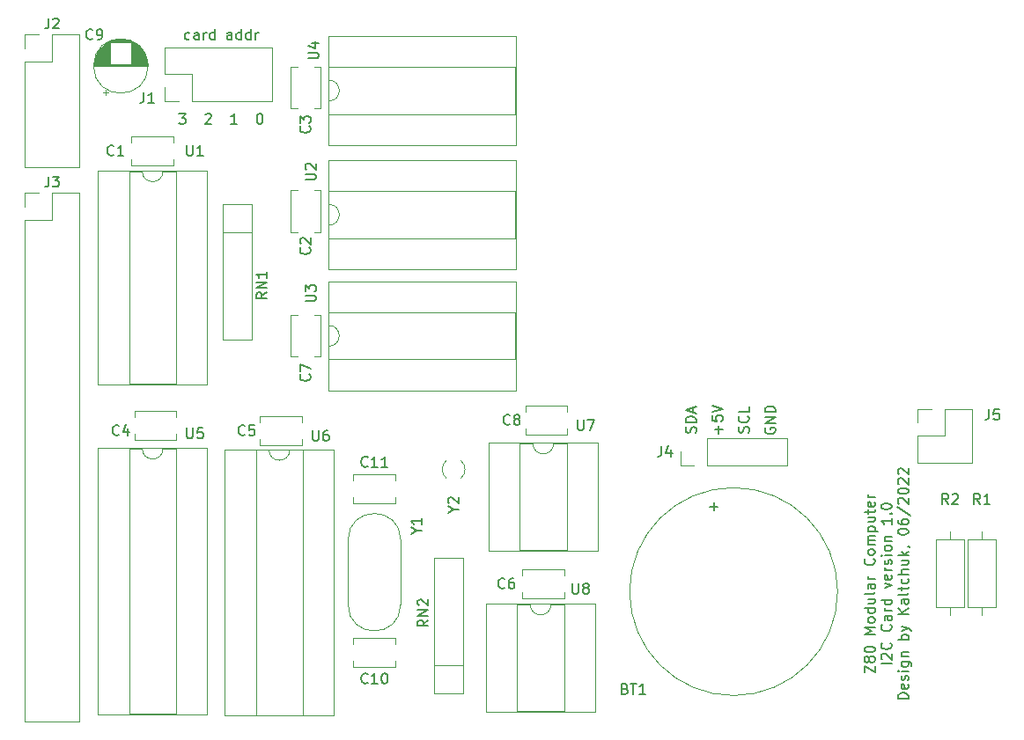
<source format=gbr>
%TF.GenerationSoftware,KiCad,Pcbnew,(6.0.4)*%
%TF.CreationDate,2022-06-04T07:21:42+03:00*%
%TF.ProjectId,I2C,4932432e-6b69-4636-9164-5f7063625858,rev?*%
%TF.SameCoordinates,Original*%
%TF.FileFunction,Legend,Top*%
%TF.FilePolarity,Positive*%
%FSLAX46Y46*%
G04 Gerber Fmt 4.6, Leading zero omitted, Abs format (unit mm)*
G04 Created by KiCad (PCBNEW (6.0.4)) date 2022-06-04 07:21:42*
%MOMM*%
%LPD*%
G01*
G04 APERTURE LIST*
%ADD10C,0.150000*%
%ADD11C,0.120000*%
G04 APERTURE END LIST*
D10*
X114308000Y-129285904D02*
X114260380Y-129381142D01*
X114260380Y-129524000D01*
X114308000Y-129666857D01*
X114403238Y-129762095D01*
X114498476Y-129809714D01*
X114688952Y-129857333D01*
X114831809Y-129857333D01*
X115022285Y-129809714D01*
X115117523Y-129762095D01*
X115212761Y-129666857D01*
X115260380Y-129524000D01*
X115260380Y-129428761D01*
X115212761Y-129285904D01*
X115165142Y-129238285D01*
X114831809Y-129238285D01*
X114831809Y-129428761D01*
X115260380Y-128809714D02*
X114260380Y-128809714D01*
X115260380Y-128238285D01*
X114260380Y-128238285D01*
X115260380Y-127762095D02*
X114260380Y-127762095D01*
X114260380Y-127524000D01*
X114308000Y-127381142D01*
X114403238Y-127285904D01*
X114498476Y-127238285D01*
X114688952Y-127190666D01*
X114831809Y-127190666D01*
X115022285Y-127238285D01*
X115117523Y-127285904D01*
X115212761Y-127381142D01*
X115260380Y-127524000D01*
X115260380Y-127762095D01*
X109799428Y-129809714D02*
X109799428Y-129047809D01*
X110180380Y-129428761D02*
X109418476Y-129428761D01*
X109180380Y-128095428D02*
X109180380Y-128571619D01*
X109656571Y-128619238D01*
X109608952Y-128571619D01*
X109561333Y-128476380D01*
X109561333Y-128238285D01*
X109608952Y-128143047D01*
X109656571Y-128095428D01*
X109751809Y-128047809D01*
X109989904Y-128047809D01*
X110085142Y-128095428D01*
X110132761Y-128143047D01*
X110180380Y-128238285D01*
X110180380Y-128476380D01*
X110132761Y-128571619D01*
X110085142Y-128619238D01*
X109180380Y-127762095D02*
X110180380Y-127428761D01*
X109180380Y-127095428D01*
X112672761Y-129714476D02*
X112720380Y-129571619D01*
X112720380Y-129333523D01*
X112672761Y-129238285D01*
X112625142Y-129190666D01*
X112529904Y-129143047D01*
X112434666Y-129143047D01*
X112339428Y-129190666D01*
X112291809Y-129238285D01*
X112244190Y-129333523D01*
X112196571Y-129524000D01*
X112148952Y-129619238D01*
X112101333Y-129666857D01*
X112006095Y-129714476D01*
X111910857Y-129714476D01*
X111815619Y-129666857D01*
X111768000Y-129619238D01*
X111720380Y-129524000D01*
X111720380Y-129285904D01*
X111768000Y-129143047D01*
X112625142Y-128143047D02*
X112672761Y-128190666D01*
X112720380Y-128333523D01*
X112720380Y-128428761D01*
X112672761Y-128571619D01*
X112577523Y-128666857D01*
X112482285Y-128714476D01*
X112291809Y-128762095D01*
X112148952Y-128762095D01*
X111958476Y-128714476D01*
X111863238Y-128666857D01*
X111768000Y-128571619D01*
X111720380Y-128428761D01*
X111720380Y-128333523D01*
X111768000Y-128190666D01*
X111815619Y-128143047D01*
X112720380Y-127238285D02*
X112720380Y-127714476D01*
X111720380Y-127714476D01*
X123826380Y-152819619D02*
X123826380Y-152152952D01*
X124826380Y-152819619D01*
X124826380Y-152152952D01*
X124254952Y-151629142D02*
X124207333Y-151724380D01*
X124159714Y-151772000D01*
X124064476Y-151819619D01*
X124016857Y-151819619D01*
X123921619Y-151772000D01*
X123874000Y-151724380D01*
X123826380Y-151629142D01*
X123826380Y-151438666D01*
X123874000Y-151343428D01*
X123921619Y-151295809D01*
X124016857Y-151248190D01*
X124064476Y-151248190D01*
X124159714Y-151295809D01*
X124207333Y-151343428D01*
X124254952Y-151438666D01*
X124254952Y-151629142D01*
X124302571Y-151724380D01*
X124350190Y-151772000D01*
X124445428Y-151819619D01*
X124635904Y-151819619D01*
X124731142Y-151772000D01*
X124778761Y-151724380D01*
X124826380Y-151629142D01*
X124826380Y-151438666D01*
X124778761Y-151343428D01*
X124731142Y-151295809D01*
X124635904Y-151248190D01*
X124445428Y-151248190D01*
X124350190Y-151295809D01*
X124302571Y-151343428D01*
X124254952Y-151438666D01*
X123826380Y-150629142D02*
X123826380Y-150533904D01*
X123874000Y-150438666D01*
X123921619Y-150391047D01*
X124016857Y-150343428D01*
X124207333Y-150295809D01*
X124445428Y-150295809D01*
X124635904Y-150343428D01*
X124731142Y-150391047D01*
X124778761Y-150438666D01*
X124826380Y-150533904D01*
X124826380Y-150629142D01*
X124778761Y-150724380D01*
X124731142Y-150772000D01*
X124635904Y-150819619D01*
X124445428Y-150867238D01*
X124207333Y-150867238D01*
X124016857Y-150819619D01*
X123921619Y-150772000D01*
X123874000Y-150724380D01*
X123826380Y-150629142D01*
X124826380Y-149105333D02*
X123826380Y-149105333D01*
X124540666Y-148772000D01*
X123826380Y-148438666D01*
X124826380Y-148438666D01*
X124826380Y-147819619D02*
X124778761Y-147914857D01*
X124731142Y-147962476D01*
X124635904Y-148010095D01*
X124350190Y-148010095D01*
X124254952Y-147962476D01*
X124207333Y-147914857D01*
X124159714Y-147819619D01*
X124159714Y-147676761D01*
X124207333Y-147581523D01*
X124254952Y-147533904D01*
X124350190Y-147486285D01*
X124635904Y-147486285D01*
X124731142Y-147533904D01*
X124778761Y-147581523D01*
X124826380Y-147676761D01*
X124826380Y-147819619D01*
X124826380Y-146629142D02*
X123826380Y-146629142D01*
X124778761Y-146629142D02*
X124826380Y-146724380D01*
X124826380Y-146914857D01*
X124778761Y-147010095D01*
X124731142Y-147057714D01*
X124635904Y-147105333D01*
X124350190Y-147105333D01*
X124254952Y-147057714D01*
X124207333Y-147010095D01*
X124159714Y-146914857D01*
X124159714Y-146724380D01*
X124207333Y-146629142D01*
X124159714Y-145724380D02*
X124826380Y-145724380D01*
X124159714Y-146152952D02*
X124683523Y-146152952D01*
X124778761Y-146105333D01*
X124826380Y-146010095D01*
X124826380Y-145867238D01*
X124778761Y-145772000D01*
X124731142Y-145724380D01*
X124826380Y-145105333D02*
X124778761Y-145200571D01*
X124683523Y-145248190D01*
X123826380Y-145248190D01*
X124826380Y-144295809D02*
X124302571Y-144295809D01*
X124207333Y-144343428D01*
X124159714Y-144438666D01*
X124159714Y-144629142D01*
X124207333Y-144724380D01*
X124778761Y-144295809D02*
X124826380Y-144391047D01*
X124826380Y-144629142D01*
X124778761Y-144724380D01*
X124683523Y-144772000D01*
X124588285Y-144772000D01*
X124493047Y-144724380D01*
X124445428Y-144629142D01*
X124445428Y-144391047D01*
X124397809Y-144295809D01*
X124826380Y-143819619D02*
X124159714Y-143819619D01*
X124350190Y-143819619D02*
X124254952Y-143772000D01*
X124207333Y-143724380D01*
X124159714Y-143629142D01*
X124159714Y-143533904D01*
X124731142Y-141867238D02*
X124778761Y-141914857D01*
X124826380Y-142057714D01*
X124826380Y-142152952D01*
X124778761Y-142295809D01*
X124683523Y-142391047D01*
X124588285Y-142438666D01*
X124397809Y-142486285D01*
X124254952Y-142486285D01*
X124064476Y-142438666D01*
X123969238Y-142391047D01*
X123874000Y-142295809D01*
X123826380Y-142152952D01*
X123826380Y-142057714D01*
X123874000Y-141914857D01*
X123921619Y-141867238D01*
X124826380Y-141295809D02*
X124778761Y-141391047D01*
X124731142Y-141438666D01*
X124635904Y-141486285D01*
X124350190Y-141486285D01*
X124254952Y-141438666D01*
X124207333Y-141391047D01*
X124159714Y-141295809D01*
X124159714Y-141152952D01*
X124207333Y-141057714D01*
X124254952Y-141010095D01*
X124350190Y-140962476D01*
X124635904Y-140962476D01*
X124731142Y-141010095D01*
X124778761Y-141057714D01*
X124826380Y-141152952D01*
X124826380Y-141295809D01*
X124826380Y-140533904D02*
X124159714Y-140533904D01*
X124254952Y-140533904D02*
X124207333Y-140486285D01*
X124159714Y-140391047D01*
X124159714Y-140248190D01*
X124207333Y-140152952D01*
X124302571Y-140105333D01*
X124826380Y-140105333D01*
X124302571Y-140105333D02*
X124207333Y-140057714D01*
X124159714Y-139962476D01*
X124159714Y-139819619D01*
X124207333Y-139724380D01*
X124302571Y-139676761D01*
X124826380Y-139676761D01*
X124159714Y-139200571D02*
X125159714Y-139200571D01*
X124207333Y-139200571D02*
X124159714Y-139105333D01*
X124159714Y-138914857D01*
X124207333Y-138819619D01*
X124254952Y-138772000D01*
X124350190Y-138724380D01*
X124635904Y-138724380D01*
X124731142Y-138772000D01*
X124778761Y-138819619D01*
X124826380Y-138914857D01*
X124826380Y-139105333D01*
X124778761Y-139200571D01*
X124159714Y-137867238D02*
X124826380Y-137867238D01*
X124159714Y-138295809D02*
X124683523Y-138295809D01*
X124778761Y-138248190D01*
X124826380Y-138152952D01*
X124826380Y-138010095D01*
X124778761Y-137914857D01*
X124731142Y-137867238D01*
X124159714Y-137533904D02*
X124159714Y-137152952D01*
X123826380Y-137391047D02*
X124683523Y-137391047D01*
X124778761Y-137343428D01*
X124826380Y-137248190D01*
X124826380Y-137152952D01*
X124778761Y-136438666D02*
X124826380Y-136533904D01*
X124826380Y-136724380D01*
X124778761Y-136819619D01*
X124683523Y-136867238D01*
X124302571Y-136867238D01*
X124207333Y-136819619D01*
X124159714Y-136724380D01*
X124159714Y-136533904D01*
X124207333Y-136438666D01*
X124302571Y-136391047D01*
X124397809Y-136391047D01*
X124493047Y-136867238D01*
X124826380Y-135962476D02*
X124159714Y-135962476D01*
X124350190Y-135962476D02*
X124254952Y-135914857D01*
X124207333Y-135867238D01*
X124159714Y-135772000D01*
X124159714Y-135676761D01*
X126436380Y-151962476D02*
X125436380Y-151962476D01*
X125531619Y-151533904D02*
X125484000Y-151486285D01*
X125436380Y-151391047D01*
X125436380Y-151152952D01*
X125484000Y-151057714D01*
X125531619Y-151010095D01*
X125626857Y-150962476D01*
X125722095Y-150962476D01*
X125864952Y-151010095D01*
X126436380Y-151581523D01*
X126436380Y-150962476D01*
X126341142Y-149962476D02*
X126388761Y-150010095D01*
X126436380Y-150152952D01*
X126436380Y-150248190D01*
X126388761Y-150391047D01*
X126293523Y-150486285D01*
X126198285Y-150533904D01*
X126007809Y-150581523D01*
X125864952Y-150581523D01*
X125674476Y-150533904D01*
X125579238Y-150486285D01*
X125484000Y-150391047D01*
X125436380Y-150248190D01*
X125436380Y-150152952D01*
X125484000Y-150010095D01*
X125531619Y-149962476D01*
X126341142Y-148200571D02*
X126388761Y-148248190D01*
X126436380Y-148391047D01*
X126436380Y-148486285D01*
X126388761Y-148629142D01*
X126293523Y-148724380D01*
X126198285Y-148772000D01*
X126007809Y-148819619D01*
X125864952Y-148819619D01*
X125674476Y-148772000D01*
X125579238Y-148724380D01*
X125484000Y-148629142D01*
X125436380Y-148486285D01*
X125436380Y-148391047D01*
X125484000Y-148248190D01*
X125531619Y-148200571D01*
X126436380Y-147343428D02*
X125912571Y-147343428D01*
X125817333Y-147391047D01*
X125769714Y-147486285D01*
X125769714Y-147676761D01*
X125817333Y-147772000D01*
X126388761Y-147343428D02*
X126436380Y-147438666D01*
X126436380Y-147676761D01*
X126388761Y-147772000D01*
X126293523Y-147819619D01*
X126198285Y-147819619D01*
X126103047Y-147772000D01*
X126055428Y-147676761D01*
X126055428Y-147438666D01*
X126007809Y-147343428D01*
X126436380Y-146867238D02*
X125769714Y-146867238D01*
X125960190Y-146867238D02*
X125864952Y-146819619D01*
X125817333Y-146772000D01*
X125769714Y-146676761D01*
X125769714Y-146581523D01*
X126436380Y-145819619D02*
X125436380Y-145819619D01*
X126388761Y-145819619D02*
X126436380Y-145914857D01*
X126436380Y-146105333D01*
X126388761Y-146200571D01*
X126341142Y-146248190D01*
X126245904Y-146295809D01*
X125960190Y-146295809D01*
X125864952Y-146248190D01*
X125817333Y-146200571D01*
X125769714Y-146105333D01*
X125769714Y-145914857D01*
X125817333Y-145819619D01*
X125769714Y-144676761D02*
X126436380Y-144438666D01*
X125769714Y-144200571D01*
X126388761Y-143438666D02*
X126436380Y-143533904D01*
X126436380Y-143724380D01*
X126388761Y-143819619D01*
X126293523Y-143867238D01*
X125912571Y-143867238D01*
X125817333Y-143819619D01*
X125769714Y-143724380D01*
X125769714Y-143533904D01*
X125817333Y-143438666D01*
X125912571Y-143391047D01*
X126007809Y-143391047D01*
X126103047Y-143867238D01*
X126436380Y-142962476D02*
X125769714Y-142962476D01*
X125960190Y-142962476D02*
X125864952Y-142914857D01*
X125817333Y-142867238D01*
X125769714Y-142772000D01*
X125769714Y-142676761D01*
X126388761Y-142391047D02*
X126436380Y-142295809D01*
X126436380Y-142105333D01*
X126388761Y-142010095D01*
X126293523Y-141962476D01*
X126245904Y-141962476D01*
X126150666Y-142010095D01*
X126103047Y-142105333D01*
X126103047Y-142248190D01*
X126055428Y-142343428D01*
X125960190Y-142391047D01*
X125912571Y-142391047D01*
X125817333Y-142343428D01*
X125769714Y-142248190D01*
X125769714Y-142105333D01*
X125817333Y-142010095D01*
X126436380Y-141533904D02*
X125769714Y-141533904D01*
X125436380Y-141533904D02*
X125484000Y-141581523D01*
X125531619Y-141533904D01*
X125484000Y-141486285D01*
X125436380Y-141533904D01*
X125531619Y-141533904D01*
X126436380Y-140914857D02*
X126388761Y-141010095D01*
X126341142Y-141057714D01*
X126245904Y-141105333D01*
X125960190Y-141105333D01*
X125864952Y-141057714D01*
X125817333Y-141010095D01*
X125769714Y-140914857D01*
X125769714Y-140772000D01*
X125817333Y-140676761D01*
X125864952Y-140629142D01*
X125960190Y-140581523D01*
X126245904Y-140581523D01*
X126341142Y-140629142D01*
X126388761Y-140676761D01*
X126436380Y-140772000D01*
X126436380Y-140914857D01*
X125769714Y-140152952D02*
X126436380Y-140152952D01*
X125864952Y-140152952D02*
X125817333Y-140105333D01*
X125769714Y-140010095D01*
X125769714Y-139867238D01*
X125817333Y-139772000D01*
X125912571Y-139724380D01*
X126436380Y-139724380D01*
X126436380Y-137962476D02*
X126436380Y-138533904D01*
X126436380Y-138248190D02*
X125436380Y-138248190D01*
X125579238Y-138343428D01*
X125674476Y-138438666D01*
X125722095Y-138533904D01*
X126341142Y-137533904D02*
X126388761Y-137486285D01*
X126436380Y-137533904D01*
X126388761Y-137581523D01*
X126341142Y-137533904D01*
X126436380Y-137533904D01*
X125436380Y-136867238D02*
X125436380Y-136772000D01*
X125484000Y-136676761D01*
X125531619Y-136629142D01*
X125626857Y-136581523D01*
X125817333Y-136533904D01*
X126055428Y-136533904D01*
X126245904Y-136581523D01*
X126341142Y-136629142D01*
X126388761Y-136676761D01*
X126436380Y-136772000D01*
X126436380Y-136867238D01*
X126388761Y-136962476D01*
X126341142Y-137010095D01*
X126245904Y-137057714D01*
X126055428Y-137105333D01*
X125817333Y-137105333D01*
X125626857Y-137057714D01*
X125531619Y-137010095D01*
X125484000Y-136962476D01*
X125436380Y-136867238D01*
X128046380Y-155343428D02*
X127046380Y-155343428D01*
X127046380Y-155105333D01*
X127094000Y-154962476D01*
X127189238Y-154867238D01*
X127284476Y-154819619D01*
X127474952Y-154772000D01*
X127617809Y-154772000D01*
X127808285Y-154819619D01*
X127903523Y-154867238D01*
X127998761Y-154962476D01*
X128046380Y-155105333D01*
X128046380Y-155343428D01*
X127998761Y-153962476D02*
X128046380Y-154057714D01*
X128046380Y-154248190D01*
X127998761Y-154343428D01*
X127903523Y-154391047D01*
X127522571Y-154391047D01*
X127427333Y-154343428D01*
X127379714Y-154248190D01*
X127379714Y-154057714D01*
X127427333Y-153962476D01*
X127522571Y-153914857D01*
X127617809Y-153914857D01*
X127713047Y-154391047D01*
X127998761Y-153533904D02*
X128046380Y-153438666D01*
X128046380Y-153248190D01*
X127998761Y-153152952D01*
X127903523Y-153105333D01*
X127855904Y-153105333D01*
X127760666Y-153152952D01*
X127713047Y-153248190D01*
X127713047Y-153391047D01*
X127665428Y-153486285D01*
X127570190Y-153533904D01*
X127522571Y-153533904D01*
X127427333Y-153486285D01*
X127379714Y-153391047D01*
X127379714Y-153248190D01*
X127427333Y-153152952D01*
X128046380Y-152676761D02*
X127379714Y-152676761D01*
X127046380Y-152676761D02*
X127094000Y-152724380D01*
X127141619Y-152676761D01*
X127094000Y-152629142D01*
X127046380Y-152676761D01*
X127141619Y-152676761D01*
X127379714Y-151772000D02*
X128189238Y-151772000D01*
X128284476Y-151819619D01*
X128332095Y-151867238D01*
X128379714Y-151962476D01*
X128379714Y-152105333D01*
X128332095Y-152200571D01*
X127998761Y-151772000D02*
X128046380Y-151867238D01*
X128046380Y-152057714D01*
X127998761Y-152152952D01*
X127951142Y-152200571D01*
X127855904Y-152248190D01*
X127570190Y-152248190D01*
X127474952Y-152200571D01*
X127427333Y-152152952D01*
X127379714Y-152057714D01*
X127379714Y-151867238D01*
X127427333Y-151772000D01*
X127379714Y-151295809D02*
X128046380Y-151295809D01*
X127474952Y-151295809D02*
X127427333Y-151248190D01*
X127379714Y-151152952D01*
X127379714Y-151010095D01*
X127427333Y-150914857D01*
X127522571Y-150867238D01*
X128046380Y-150867238D01*
X128046380Y-149629142D02*
X127046380Y-149629142D01*
X127427333Y-149629142D02*
X127379714Y-149533904D01*
X127379714Y-149343428D01*
X127427333Y-149248190D01*
X127474952Y-149200571D01*
X127570190Y-149152952D01*
X127855904Y-149152952D01*
X127951142Y-149200571D01*
X127998761Y-149248190D01*
X128046380Y-149343428D01*
X128046380Y-149533904D01*
X127998761Y-149629142D01*
X127379714Y-148819619D02*
X128046380Y-148581523D01*
X127379714Y-148343428D02*
X128046380Y-148581523D01*
X128284476Y-148676761D01*
X128332095Y-148724380D01*
X128379714Y-148819619D01*
X128046380Y-147200571D02*
X127046380Y-147200571D01*
X128046380Y-146629142D02*
X127474952Y-147057714D01*
X127046380Y-146629142D02*
X127617809Y-147200571D01*
X128046380Y-145772000D02*
X127522571Y-145772000D01*
X127427333Y-145819619D01*
X127379714Y-145914857D01*
X127379714Y-146105333D01*
X127427333Y-146200571D01*
X127998761Y-145772000D02*
X128046380Y-145867238D01*
X128046380Y-146105333D01*
X127998761Y-146200571D01*
X127903523Y-146248190D01*
X127808285Y-146248190D01*
X127713047Y-146200571D01*
X127665428Y-146105333D01*
X127665428Y-145867238D01*
X127617809Y-145772000D01*
X128046380Y-145152952D02*
X127998761Y-145248190D01*
X127903523Y-145295809D01*
X127046380Y-145295809D01*
X127379714Y-144914857D02*
X127379714Y-144533904D01*
X127046380Y-144772000D02*
X127903523Y-144772000D01*
X127998761Y-144724380D01*
X128046380Y-144629142D01*
X128046380Y-144533904D01*
X127998761Y-143772000D02*
X128046380Y-143867238D01*
X128046380Y-144057714D01*
X127998761Y-144152952D01*
X127951142Y-144200571D01*
X127855904Y-144248190D01*
X127570190Y-144248190D01*
X127474952Y-144200571D01*
X127427333Y-144152952D01*
X127379714Y-144057714D01*
X127379714Y-143867238D01*
X127427333Y-143772000D01*
X128046380Y-143343428D02*
X127046380Y-143343428D01*
X128046380Y-142914857D02*
X127522571Y-142914857D01*
X127427333Y-142962476D01*
X127379714Y-143057714D01*
X127379714Y-143200571D01*
X127427333Y-143295809D01*
X127474952Y-143343428D01*
X127379714Y-142010095D02*
X128046380Y-142010095D01*
X127379714Y-142438666D02*
X127903523Y-142438666D01*
X127998761Y-142391047D01*
X128046380Y-142295809D01*
X128046380Y-142152952D01*
X127998761Y-142057714D01*
X127951142Y-142010095D01*
X128046380Y-141533904D02*
X127046380Y-141533904D01*
X127665428Y-141438666D02*
X128046380Y-141152952D01*
X127379714Y-141152952D02*
X127760666Y-141533904D01*
X127998761Y-140676761D02*
X128046380Y-140676761D01*
X128141619Y-140724380D01*
X128189238Y-140772000D01*
X127046380Y-139295809D02*
X127046380Y-139200571D01*
X127094000Y-139105333D01*
X127141619Y-139057714D01*
X127236857Y-139010095D01*
X127427333Y-138962476D01*
X127665428Y-138962476D01*
X127855904Y-139010095D01*
X127951142Y-139057714D01*
X127998761Y-139105333D01*
X128046380Y-139200571D01*
X128046380Y-139295809D01*
X127998761Y-139391047D01*
X127951142Y-139438666D01*
X127855904Y-139486285D01*
X127665428Y-139533904D01*
X127427333Y-139533904D01*
X127236857Y-139486285D01*
X127141619Y-139438666D01*
X127094000Y-139391047D01*
X127046380Y-139295809D01*
X127046380Y-138105333D02*
X127046380Y-138295809D01*
X127094000Y-138391047D01*
X127141619Y-138438666D01*
X127284476Y-138533904D01*
X127474952Y-138581523D01*
X127855904Y-138581523D01*
X127951142Y-138533904D01*
X127998761Y-138486285D01*
X128046380Y-138391047D01*
X128046380Y-138200571D01*
X127998761Y-138105333D01*
X127951142Y-138057714D01*
X127855904Y-138010095D01*
X127617809Y-138010095D01*
X127522571Y-138057714D01*
X127474952Y-138105333D01*
X127427333Y-138200571D01*
X127427333Y-138391047D01*
X127474952Y-138486285D01*
X127522571Y-138533904D01*
X127617809Y-138581523D01*
X126998761Y-136867238D02*
X128284476Y-137724380D01*
X127141619Y-136581523D02*
X127094000Y-136533904D01*
X127046380Y-136438666D01*
X127046380Y-136200571D01*
X127094000Y-136105333D01*
X127141619Y-136057714D01*
X127236857Y-136010095D01*
X127332095Y-136010095D01*
X127474952Y-136057714D01*
X128046380Y-136629142D01*
X128046380Y-136010095D01*
X127046380Y-135391047D02*
X127046380Y-135295809D01*
X127094000Y-135200571D01*
X127141619Y-135152952D01*
X127236857Y-135105333D01*
X127427333Y-135057714D01*
X127665428Y-135057714D01*
X127855904Y-135105333D01*
X127951142Y-135152952D01*
X127998761Y-135200571D01*
X128046380Y-135295809D01*
X128046380Y-135391047D01*
X127998761Y-135486285D01*
X127951142Y-135533904D01*
X127855904Y-135581523D01*
X127665428Y-135629142D01*
X127427333Y-135629142D01*
X127236857Y-135581523D01*
X127141619Y-135533904D01*
X127094000Y-135486285D01*
X127046380Y-135391047D01*
X127141619Y-134676761D02*
X127094000Y-134629142D01*
X127046380Y-134533904D01*
X127046380Y-134295809D01*
X127094000Y-134200571D01*
X127141619Y-134152952D01*
X127236857Y-134105333D01*
X127332095Y-134105333D01*
X127474952Y-134152952D01*
X128046380Y-134724380D01*
X128046380Y-134105333D01*
X127141619Y-133724380D02*
X127094000Y-133676761D01*
X127046380Y-133581523D01*
X127046380Y-133343428D01*
X127094000Y-133248190D01*
X127141619Y-133200571D01*
X127236857Y-133152952D01*
X127332095Y-133152952D01*
X127474952Y-133200571D01*
X128046380Y-133772000D01*
X128046380Y-133152952D01*
X58952190Y-91844761D02*
X58856952Y-91892380D01*
X58666476Y-91892380D01*
X58571238Y-91844761D01*
X58523619Y-91797142D01*
X58476000Y-91701904D01*
X58476000Y-91416190D01*
X58523619Y-91320952D01*
X58571238Y-91273333D01*
X58666476Y-91225714D01*
X58856952Y-91225714D01*
X58952190Y-91273333D01*
X59809333Y-91892380D02*
X59809333Y-91368571D01*
X59761714Y-91273333D01*
X59666476Y-91225714D01*
X59476000Y-91225714D01*
X59380761Y-91273333D01*
X59809333Y-91844761D02*
X59714095Y-91892380D01*
X59476000Y-91892380D01*
X59380761Y-91844761D01*
X59333142Y-91749523D01*
X59333142Y-91654285D01*
X59380761Y-91559047D01*
X59476000Y-91511428D01*
X59714095Y-91511428D01*
X59809333Y-91463809D01*
X60285523Y-91892380D02*
X60285523Y-91225714D01*
X60285523Y-91416190D02*
X60333142Y-91320952D01*
X60380761Y-91273333D01*
X60476000Y-91225714D01*
X60571238Y-91225714D01*
X61333142Y-91892380D02*
X61333142Y-90892380D01*
X61333142Y-91844761D02*
X61237904Y-91892380D01*
X61047428Y-91892380D01*
X60952190Y-91844761D01*
X60904571Y-91797142D01*
X60856952Y-91701904D01*
X60856952Y-91416190D01*
X60904571Y-91320952D01*
X60952190Y-91273333D01*
X61047428Y-91225714D01*
X61237904Y-91225714D01*
X61333142Y-91273333D01*
X62999809Y-91892380D02*
X62999809Y-91368571D01*
X62952190Y-91273333D01*
X62856952Y-91225714D01*
X62666476Y-91225714D01*
X62571238Y-91273333D01*
X62999809Y-91844761D02*
X62904571Y-91892380D01*
X62666476Y-91892380D01*
X62571238Y-91844761D01*
X62523619Y-91749523D01*
X62523619Y-91654285D01*
X62571238Y-91559047D01*
X62666476Y-91511428D01*
X62904571Y-91511428D01*
X62999809Y-91463809D01*
X63904571Y-91892380D02*
X63904571Y-90892380D01*
X63904571Y-91844761D02*
X63809333Y-91892380D01*
X63618857Y-91892380D01*
X63523619Y-91844761D01*
X63476000Y-91797142D01*
X63428380Y-91701904D01*
X63428380Y-91416190D01*
X63476000Y-91320952D01*
X63523619Y-91273333D01*
X63618857Y-91225714D01*
X63809333Y-91225714D01*
X63904571Y-91273333D01*
X64809333Y-91892380D02*
X64809333Y-90892380D01*
X64809333Y-91844761D02*
X64714095Y-91892380D01*
X64523619Y-91892380D01*
X64428380Y-91844761D01*
X64380761Y-91797142D01*
X64333142Y-91701904D01*
X64333142Y-91416190D01*
X64380761Y-91320952D01*
X64428380Y-91273333D01*
X64523619Y-91225714D01*
X64714095Y-91225714D01*
X64809333Y-91273333D01*
X65285523Y-91892380D02*
X65285523Y-91225714D01*
X65285523Y-91416190D02*
X65333142Y-91320952D01*
X65380761Y-91273333D01*
X65476000Y-91225714D01*
X65571238Y-91225714D01*
X57928380Y-99020380D02*
X58547428Y-99020380D01*
X58214095Y-99401333D01*
X58356952Y-99401333D01*
X58452190Y-99448952D01*
X58499809Y-99496571D01*
X58547428Y-99591809D01*
X58547428Y-99829904D01*
X58499809Y-99925142D01*
X58452190Y-99972761D01*
X58356952Y-100020380D01*
X58071238Y-100020380D01*
X57976000Y-99972761D01*
X57928380Y-99925142D01*
X60452190Y-99115619D02*
X60499809Y-99068000D01*
X60595047Y-99020380D01*
X60833142Y-99020380D01*
X60928380Y-99068000D01*
X60975999Y-99115619D01*
X61023619Y-99210857D01*
X61023619Y-99306095D01*
X60975999Y-99448952D01*
X60404571Y-100020380D01*
X61023619Y-100020380D01*
X63499809Y-100020380D02*
X62928380Y-100020380D01*
X63214095Y-100020380D02*
X63214095Y-99020380D01*
X63118857Y-99163238D01*
X63023619Y-99258476D01*
X62928380Y-99306095D01*
X65642666Y-99020380D02*
X65737904Y-99020380D01*
X65833142Y-99068000D01*
X65880761Y-99115619D01*
X65928380Y-99210857D01*
X65976000Y-99401333D01*
X65976000Y-99639428D01*
X65928380Y-99829904D01*
X65880761Y-99925142D01*
X65833142Y-99972761D01*
X65737904Y-100020380D01*
X65642666Y-100020380D01*
X65547428Y-99972761D01*
X65499809Y-99925142D01*
X65452190Y-99829904D01*
X65404571Y-99639428D01*
X65404571Y-99401333D01*
X65452190Y-99210857D01*
X65499809Y-99115619D01*
X65547428Y-99068000D01*
X65642666Y-99020380D01*
X107592761Y-129738285D02*
X107640380Y-129595428D01*
X107640380Y-129357333D01*
X107592761Y-129262095D01*
X107545142Y-129214476D01*
X107449904Y-129166857D01*
X107354666Y-129166857D01*
X107259428Y-129214476D01*
X107211809Y-129262095D01*
X107164190Y-129357333D01*
X107116571Y-129547809D01*
X107068952Y-129643047D01*
X107021333Y-129690666D01*
X106926095Y-129738285D01*
X106830857Y-129738285D01*
X106735619Y-129690666D01*
X106688000Y-129643047D01*
X106640380Y-129547809D01*
X106640380Y-129309714D01*
X106688000Y-129166857D01*
X107640380Y-128738285D02*
X106640380Y-128738285D01*
X106640380Y-128500190D01*
X106688000Y-128357333D01*
X106783238Y-128262095D01*
X106878476Y-128214476D01*
X107068952Y-128166857D01*
X107211809Y-128166857D01*
X107402285Y-128214476D01*
X107497523Y-128262095D01*
X107592761Y-128357333D01*
X107640380Y-128500190D01*
X107640380Y-128738285D01*
X107354666Y-127785904D02*
X107354666Y-127309714D01*
X107640380Y-127881142D02*
X106640380Y-127547809D01*
X107640380Y-127214476D01*
%TO.C,*%
%TO.C,R2*%
X131913333Y-136596380D02*
X131580000Y-136120190D01*
X131341904Y-136596380D02*
X131341904Y-135596380D01*
X131722857Y-135596380D01*
X131818095Y-135644000D01*
X131865714Y-135691619D01*
X131913333Y-135786857D01*
X131913333Y-135929714D01*
X131865714Y-136024952D01*
X131818095Y-136072571D01*
X131722857Y-136120190D01*
X131341904Y-136120190D01*
X132294285Y-135691619D02*
X132341904Y-135644000D01*
X132437142Y-135596380D01*
X132675238Y-135596380D01*
X132770476Y-135644000D01*
X132818095Y-135691619D01*
X132865714Y-135786857D01*
X132865714Y-135882095D01*
X132818095Y-136024952D01*
X132246666Y-136596380D01*
X132865714Y-136596380D01*
%TO.C,*%
%TO.C,C8*%
X89749333Y-128881142D02*
X89701714Y-128928761D01*
X89558857Y-128976380D01*
X89463619Y-128976380D01*
X89320761Y-128928761D01*
X89225523Y-128833523D01*
X89177904Y-128738285D01*
X89130285Y-128547809D01*
X89130285Y-128404952D01*
X89177904Y-128214476D01*
X89225523Y-128119238D01*
X89320761Y-128024000D01*
X89463619Y-127976380D01*
X89558857Y-127976380D01*
X89701714Y-128024000D01*
X89749333Y-128071619D01*
X90320761Y-128404952D02*
X90225523Y-128357333D01*
X90177904Y-128309714D01*
X90130285Y-128214476D01*
X90130285Y-128166857D01*
X90177904Y-128071619D01*
X90225523Y-128024000D01*
X90320761Y-127976380D01*
X90511238Y-127976380D01*
X90606476Y-128024000D01*
X90654095Y-128071619D01*
X90701714Y-128166857D01*
X90701714Y-128214476D01*
X90654095Y-128309714D01*
X90606476Y-128357333D01*
X90511238Y-128404952D01*
X90320761Y-128404952D01*
X90225523Y-128452571D01*
X90177904Y-128500190D01*
X90130285Y-128595428D01*
X90130285Y-128785904D01*
X90177904Y-128881142D01*
X90225523Y-128928761D01*
X90320761Y-128976380D01*
X90511238Y-128976380D01*
X90606476Y-128928761D01*
X90654095Y-128881142D01*
X90701714Y-128785904D01*
X90701714Y-128595428D01*
X90654095Y-128500190D01*
X90606476Y-128452571D01*
X90511238Y-128404952D01*
%TO.C,*%
%TO.C,C5*%
X64252333Y-129897142D02*
X64204714Y-129944761D01*
X64061857Y-129992380D01*
X63966619Y-129992380D01*
X63823761Y-129944761D01*
X63728523Y-129849523D01*
X63680904Y-129754285D01*
X63633285Y-129563809D01*
X63633285Y-129420952D01*
X63680904Y-129230476D01*
X63728523Y-129135238D01*
X63823761Y-129040000D01*
X63966619Y-128992380D01*
X64061857Y-128992380D01*
X64204714Y-129040000D01*
X64252333Y-129087619D01*
X65157095Y-128992380D02*
X64680904Y-128992380D01*
X64633285Y-129468571D01*
X64680904Y-129420952D01*
X64776142Y-129373333D01*
X65014238Y-129373333D01*
X65109476Y-129420952D01*
X65157095Y-129468571D01*
X65204714Y-129563809D01*
X65204714Y-129801904D01*
X65157095Y-129897142D01*
X65109476Y-129944761D01*
X65014238Y-129992380D01*
X64776142Y-129992380D01*
X64680904Y-129944761D01*
X64633285Y-129897142D01*
%TO.C,C4*%
X52157333Y-129897142D02*
X52109714Y-129944761D01*
X51966857Y-129992380D01*
X51871619Y-129992380D01*
X51728761Y-129944761D01*
X51633523Y-129849523D01*
X51585904Y-129754285D01*
X51538285Y-129563809D01*
X51538285Y-129420952D01*
X51585904Y-129230476D01*
X51633523Y-129135238D01*
X51728761Y-129040000D01*
X51871619Y-128992380D01*
X51966857Y-128992380D01*
X52109714Y-129040000D01*
X52157333Y-129087619D01*
X53014476Y-129325714D02*
X53014476Y-129992380D01*
X52776380Y-128944761D02*
X52538285Y-129659047D01*
X53157333Y-129659047D01*
%TO.C,*%
%TO.C,U5*%
X58674095Y-129279380D02*
X58674095Y-130088904D01*
X58721714Y-130184142D01*
X58769333Y-130231761D01*
X58864571Y-130279380D01*
X59055047Y-130279380D01*
X59150285Y-130231761D01*
X59197904Y-130184142D01*
X59245523Y-130088904D01*
X59245523Y-129279380D01*
X60197904Y-129279380D02*
X59721714Y-129279380D01*
X59674095Y-129755571D01*
X59721714Y-129707952D01*
X59816952Y-129660333D01*
X60055047Y-129660333D01*
X60150285Y-129707952D01*
X60197904Y-129755571D01*
X60245523Y-129850809D01*
X60245523Y-130088904D01*
X60197904Y-130184142D01*
X60150285Y-130231761D01*
X60055047Y-130279380D01*
X59816952Y-130279380D01*
X59721714Y-130231761D01*
X59674095Y-130184142D01*
%TO.C,*%
%TO.C,U3*%
X70064380Y-117093904D02*
X70873904Y-117093904D01*
X70969142Y-117046285D01*
X71016761Y-116998666D01*
X71064380Y-116903428D01*
X71064380Y-116712952D01*
X71016761Y-116617714D01*
X70969142Y-116570095D01*
X70873904Y-116522476D01*
X70064380Y-116522476D01*
X70064380Y-116141523D02*
X70064380Y-115522476D01*
X70445333Y-115855809D01*
X70445333Y-115712952D01*
X70492952Y-115617714D01*
X70540571Y-115570095D01*
X70635809Y-115522476D01*
X70873904Y-115522476D01*
X70969142Y-115570095D01*
X71016761Y-115617714D01*
X71064380Y-115712952D01*
X71064380Y-115998666D01*
X71016761Y-116093904D01*
X70969142Y-116141523D01*
%TO.C,*%
%TO.C,C11*%
X76065142Y-132935142D02*
X76017523Y-132982761D01*
X75874666Y-133030380D01*
X75779428Y-133030380D01*
X75636571Y-132982761D01*
X75541333Y-132887523D01*
X75493714Y-132792285D01*
X75446095Y-132601809D01*
X75446095Y-132458952D01*
X75493714Y-132268476D01*
X75541333Y-132173238D01*
X75636571Y-132078000D01*
X75779428Y-132030380D01*
X75874666Y-132030380D01*
X76017523Y-132078000D01*
X76065142Y-132125619D01*
X77017523Y-133030380D02*
X76446095Y-133030380D01*
X76731809Y-133030380D02*
X76731809Y-132030380D01*
X76636571Y-132173238D01*
X76541333Y-132268476D01*
X76446095Y-132316095D01*
X77969904Y-133030380D02*
X77398476Y-133030380D01*
X77684190Y-133030380D02*
X77684190Y-132030380D01*
X77588952Y-132173238D01*
X77493714Y-132268476D01*
X77398476Y-132316095D01*
%TO.C,U2*%
X70064380Y-105409904D02*
X70873904Y-105409904D01*
X70969142Y-105362285D01*
X71016761Y-105314666D01*
X71064380Y-105219428D01*
X71064380Y-105028952D01*
X71016761Y-104933714D01*
X70969142Y-104886095D01*
X70873904Y-104838476D01*
X70064380Y-104838476D01*
X70159619Y-104409904D02*
X70112000Y-104362285D01*
X70064380Y-104267047D01*
X70064380Y-104028952D01*
X70112000Y-103933714D01*
X70159619Y-103886095D01*
X70254857Y-103838476D01*
X70350095Y-103838476D01*
X70492952Y-103886095D01*
X71064380Y-104457523D01*
X71064380Y-103838476D01*
%TO.C,*%
%TO.C,Y1*%
X80748190Y-139160190D02*
X81224380Y-139160190D01*
X80224380Y-139493523D02*
X80748190Y-139160190D01*
X80224380Y-138826857D01*
X81224380Y-137969714D02*
X81224380Y-138541142D01*
X81224380Y-138255428D02*
X80224380Y-138255428D01*
X80367238Y-138350666D01*
X80462476Y-138445904D01*
X80510095Y-138541142D01*
%TO.C,*%
%TO.C,U4*%
X70351380Y-93725904D02*
X71160904Y-93725904D01*
X71256142Y-93678285D01*
X71303761Y-93630666D01*
X71351380Y-93535428D01*
X71351380Y-93344952D01*
X71303761Y-93249714D01*
X71256142Y-93202095D01*
X71160904Y-93154476D01*
X70351380Y-93154476D01*
X70684714Y-92249714D02*
X71351380Y-92249714D01*
X70303761Y-92487809D02*
X71018047Y-92725904D01*
X71018047Y-92106857D01*
%TO.C,R1*%
X134961333Y-136596380D02*
X134628000Y-136120190D01*
X134389904Y-136596380D02*
X134389904Y-135596380D01*
X134770857Y-135596380D01*
X134866095Y-135644000D01*
X134913714Y-135691619D01*
X134961333Y-135786857D01*
X134961333Y-135929714D01*
X134913714Y-136024952D01*
X134866095Y-136072571D01*
X134770857Y-136120190D01*
X134389904Y-136120190D01*
X135913714Y-136596380D02*
X135342285Y-136596380D01*
X135628000Y-136596380D02*
X135628000Y-135596380D01*
X135532761Y-135739238D01*
X135437523Y-135834476D01*
X135342285Y-135882095D01*
%TO.C,RN2*%
X81872380Y-147756476D02*
X81396190Y-148089809D01*
X81872380Y-148327904D02*
X80872380Y-148327904D01*
X80872380Y-147946952D01*
X80920000Y-147851714D01*
X80967619Y-147804095D01*
X81062857Y-147756476D01*
X81205714Y-147756476D01*
X81300952Y-147804095D01*
X81348571Y-147851714D01*
X81396190Y-147946952D01*
X81396190Y-148327904D01*
X81872380Y-147327904D02*
X80872380Y-147327904D01*
X81872380Y-146756476D01*
X80872380Y-146756476D01*
X80967619Y-146327904D02*
X80920000Y-146280285D01*
X80872380Y-146185047D01*
X80872380Y-145946952D01*
X80920000Y-145851714D01*
X80967619Y-145804095D01*
X81062857Y-145756476D01*
X81158095Y-145756476D01*
X81300952Y-145804095D01*
X81872380Y-146375523D01*
X81872380Y-145756476D01*
%TO.C,*%
%TO.C,U7*%
X96266095Y-128484380D02*
X96266095Y-129293904D01*
X96313714Y-129389142D01*
X96361333Y-129436761D01*
X96456571Y-129484380D01*
X96647047Y-129484380D01*
X96742285Y-129436761D01*
X96789904Y-129389142D01*
X96837523Y-129293904D01*
X96837523Y-128484380D01*
X97218476Y-128484380D02*
X97885142Y-128484380D01*
X97456571Y-129484380D01*
%TO.C,*%
%TO.C,J4*%
X104314666Y-131024380D02*
X104314666Y-131738666D01*
X104267047Y-131881523D01*
X104171809Y-131976761D01*
X104028952Y-132024380D01*
X103933714Y-132024380D01*
X105219428Y-131357714D02*
X105219428Y-132024380D01*
X104981333Y-130976761D02*
X104743238Y-131691047D01*
X105362285Y-131691047D01*
%TO.C,*%
%TO.C,J1*%
X54530666Y-96988380D02*
X54530666Y-97702666D01*
X54483047Y-97845523D01*
X54387809Y-97940761D01*
X54244952Y-97988380D01*
X54149714Y-97988380D01*
X55530666Y-97988380D02*
X54959238Y-97988380D01*
X55244952Y-97988380D02*
X55244952Y-96988380D01*
X55149714Y-97131238D01*
X55054476Y-97226476D01*
X54959238Y-97274095D01*
%TO.C,*%
%TO.C,C3*%
X70461142Y-100242666D02*
X70508761Y-100290285D01*
X70556380Y-100433142D01*
X70556380Y-100528380D01*
X70508761Y-100671238D01*
X70413523Y-100766476D01*
X70318285Y-100814095D01*
X70127809Y-100861714D01*
X69984952Y-100861714D01*
X69794476Y-100814095D01*
X69699238Y-100766476D01*
X69604000Y-100671238D01*
X69556380Y-100528380D01*
X69556380Y-100433142D01*
X69604000Y-100290285D01*
X69651619Y-100242666D01*
X69556380Y-99909333D02*
X69556380Y-99290285D01*
X69937333Y-99623619D01*
X69937333Y-99480761D01*
X69984952Y-99385523D01*
X70032571Y-99337904D01*
X70127809Y-99290285D01*
X70365904Y-99290285D01*
X70461142Y-99337904D01*
X70508761Y-99385523D01*
X70556380Y-99480761D01*
X70556380Y-99766476D01*
X70508761Y-99861714D01*
X70461142Y-99909333D01*
%TO.C,*%
%TO.C,C1*%
X51649333Y-102973142D02*
X51601714Y-103020761D01*
X51458857Y-103068380D01*
X51363619Y-103068380D01*
X51220761Y-103020761D01*
X51125523Y-102925523D01*
X51077904Y-102830285D01*
X51030285Y-102639809D01*
X51030285Y-102496952D01*
X51077904Y-102306476D01*
X51125523Y-102211238D01*
X51220761Y-102116000D01*
X51363619Y-102068380D01*
X51458857Y-102068380D01*
X51601714Y-102116000D01*
X51649333Y-102163619D01*
X52601714Y-103068380D02*
X52030285Y-103068380D01*
X52316000Y-103068380D02*
X52316000Y-102068380D01*
X52220761Y-102211238D01*
X52125523Y-102306476D01*
X52030285Y-102354095D01*
%TO.C,RN1*%
X66352380Y-116240476D02*
X65876190Y-116573809D01*
X66352380Y-116811904D02*
X65352380Y-116811904D01*
X65352380Y-116430952D01*
X65400000Y-116335714D01*
X65447619Y-116288095D01*
X65542857Y-116240476D01*
X65685714Y-116240476D01*
X65780952Y-116288095D01*
X65828571Y-116335714D01*
X65876190Y-116430952D01*
X65876190Y-116811904D01*
X66352380Y-115811904D02*
X65352380Y-115811904D01*
X66352380Y-115240476D01*
X65352380Y-115240476D01*
X66352380Y-114240476D02*
X66352380Y-114811904D01*
X66352380Y-114526190D02*
X65352380Y-114526190D01*
X65495238Y-114621428D01*
X65590476Y-114716666D01*
X65638095Y-114811904D01*
%TO.C,*%
%TO.C,C9*%
X49617333Y-91797129D02*
X49569714Y-91844748D01*
X49426857Y-91892367D01*
X49331619Y-91892367D01*
X49188761Y-91844748D01*
X49093523Y-91749510D01*
X49045904Y-91654272D01*
X48998285Y-91463796D01*
X48998285Y-91320939D01*
X49045904Y-91130463D01*
X49093523Y-91035225D01*
X49188761Y-90939987D01*
X49331619Y-90892367D01*
X49426857Y-90892367D01*
X49569714Y-90939987D01*
X49617333Y-90987606D01*
X50093523Y-91892367D02*
X50284000Y-91892367D01*
X50379238Y-91844748D01*
X50426857Y-91797129D01*
X50522095Y-91654272D01*
X50569714Y-91463796D01*
X50569714Y-91082844D01*
X50522095Y-90987606D01*
X50474476Y-90939987D01*
X50379238Y-90892367D01*
X50188761Y-90892367D01*
X50093523Y-90939987D01*
X50045904Y-90987606D01*
X49998285Y-91082844D01*
X49998285Y-91320939D01*
X50045904Y-91416177D01*
X50093523Y-91463796D01*
X50188761Y-91511415D01*
X50379238Y-91511415D01*
X50474476Y-91463796D01*
X50522095Y-91416177D01*
X50569714Y-91320939D01*
%TO.C,*%
%TO.C,C7*%
X70461142Y-124118666D02*
X70508761Y-124166285D01*
X70556380Y-124309142D01*
X70556380Y-124404380D01*
X70508761Y-124547238D01*
X70413523Y-124642476D01*
X70318285Y-124690095D01*
X70127809Y-124737714D01*
X69984952Y-124737714D01*
X69794476Y-124690095D01*
X69699238Y-124642476D01*
X69604000Y-124547238D01*
X69556380Y-124404380D01*
X69556380Y-124309142D01*
X69604000Y-124166285D01*
X69651619Y-124118666D01*
X69556380Y-123785333D02*
X69556380Y-123118666D01*
X70556380Y-123547238D01*
%TO.C,*%
%TO.C,J2*%
X45381666Y-89837380D02*
X45381666Y-90551666D01*
X45334047Y-90694523D01*
X45238809Y-90789761D01*
X45095952Y-90837380D01*
X45000714Y-90837380D01*
X45810238Y-89932619D02*
X45857857Y-89885000D01*
X45953095Y-89837380D01*
X46191190Y-89837380D01*
X46286428Y-89885000D01*
X46334047Y-89932619D01*
X46381666Y-90027857D01*
X46381666Y-90123095D01*
X46334047Y-90265952D01*
X45762619Y-90837380D01*
X46381666Y-90837380D01*
%TO.C,C2*%
X70461142Y-111926666D02*
X70508761Y-111974285D01*
X70556380Y-112117142D01*
X70556380Y-112212380D01*
X70508761Y-112355238D01*
X70413523Y-112450476D01*
X70318285Y-112498095D01*
X70127809Y-112545714D01*
X69984952Y-112545714D01*
X69794476Y-112498095D01*
X69699238Y-112450476D01*
X69604000Y-112355238D01*
X69556380Y-112212380D01*
X69556380Y-112117142D01*
X69604000Y-111974285D01*
X69651619Y-111926666D01*
X69651619Y-111545714D02*
X69604000Y-111498095D01*
X69556380Y-111402857D01*
X69556380Y-111164761D01*
X69604000Y-111069523D01*
X69651619Y-111021904D01*
X69746857Y-110974285D01*
X69842095Y-110974285D01*
X69984952Y-111021904D01*
X70556380Y-111593333D01*
X70556380Y-110974285D01*
%TO.C,*%
%TO.C,Y2*%
X84304190Y-137128190D02*
X84780380Y-137128190D01*
X83780380Y-137461523D02*
X84304190Y-137128190D01*
X83780380Y-136794857D01*
X83875619Y-136509142D02*
X83828000Y-136461523D01*
X83780380Y-136366285D01*
X83780380Y-136128190D01*
X83828000Y-136032952D01*
X83875619Y-135985333D01*
X83970857Y-135937714D01*
X84066095Y-135937714D01*
X84208952Y-135985333D01*
X84780380Y-136556761D01*
X84780380Y-135937714D01*
%TO.C,*%
%TO.C,J3*%
X45381666Y-105077380D02*
X45381666Y-105791666D01*
X45334047Y-105934523D01*
X45238809Y-106029761D01*
X45095952Y-106077380D01*
X45000714Y-106077380D01*
X45762619Y-105077380D02*
X46381666Y-105077380D01*
X46048333Y-105458333D01*
X46191190Y-105458333D01*
X46286428Y-105505952D01*
X46334047Y-105553571D01*
X46381666Y-105648809D01*
X46381666Y-105886904D01*
X46334047Y-105982142D01*
X46286428Y-106029761D01*
X46191190Y-106077380D01*
X45905476Y-106077380D01*
X45810238Y-106029761D01*
X45762619Y-105982142D01*
%TO.C,*%
%TO.C,U1*%
X58674095Y-102068380D02*
X58674095Y-102877904D01*
X58721714Y-102973142D01*
X58769333Y-103020761D01*
X58864571Y-103068380D01*
X59055047Y-103068380D01*
X59150285Y-103020761D01*
X59197904Y-102973142D01*
X59245523Y-102877904D01*
X59245523Y-102068380D01*
X60245523Y-103068380D02*
X59674095Y-103068380D01*
X59959809Y-103068380D02*
X59959809Y-102068380D01*
X59864571Y-102211238D01*
X59769333Y-102306476D01*
X59674095Y-102354095D01*
%TO.C,U6*%
X70769095Y-129500380D02*
X70769095Y-130309904D01*
X70816714Y-130405142D01*
X70864333Y-130452761D01*
X70959571Y-130500380D01*
X71150047Y-130500380D01*
X71245285Y-130452761D01*
X71292904Y-130405142D01*
X71340523Y-130309904D01*
X71340523Y-129500380D01*
X72245285Y-129500380D02*
X72054809Y-129500380D01*
X71959571Y-129548000D01*
X71911952Y-129595619D01*
X71816714Y-129738476D01*
X71769095Y-129928952D01*
X71769095Y-130309904D01*
X71816714Y-130405142D01*
X71864333Y-130452761D01*
X71959571Y-130500380D01*
X72150047Y-130500380D01*
X72245285Y-130452761D01*
X72292904Y-130405142D01*
X72340523Y-130309904D01*
X72340523Y-130071809D01*
X72292904Y-129976571D01*
X72245285Y-129928952D01*
X72150047Y-129881333D01*
X71959571Y-129881333D01*
X71864333Y-129928952D01*
X71816714Y-129976571D01*
X71769095Y-130071809D01*
%TO.C,*%
%TO.C,J5*%
X135810666Y-127468380D02*
X135810666Y-128182666D01*
X135763047Y-128325523D01*
X135667809Y-128420761D01*
X135524952Y-128468380D01*
X135429714Y-128468380D01*
X136763047Y-127468380D02*
X136286857Y-127468380D01*
X136239238Y-127944571D01*
X136286857Y-127896952D01*
X136382095Y-127849333D01*
X136620190Y-127849333D01*
X136715428Y-127896952D01*
X136763047Y-127944571D01*
X136810666Y-128039809D01*
X136810666Y-128277904D01*
X136763047Y-128373142D01*
X136715428Y-128420761D01*
X136620190Y-128468380D01*
X136382095Y-128468380D01*
X136286857Y-128420761D01*
X136239238Y-128373142D01*
%TO.C,*%
%TO.C,U8*%
X95758095Y-144232380D02*
X95758095Y-145041904D01*
X95805714Y-145137142D01*
X95853333Y-145184761D01*
X95948571Y-145232380D01*
X96139047Y-145232380D01*
X96234285Y-145184761D01*
X96281904Y-145137142D01*
X96329523Y-145041904D01*
X96329523Y-144232380D01*
X96948571Y-144660952D02*
X96853333Y-144613333D01*
X96805714Y-144565714D01*
X96758095Y-144470476D01*
X96758095Y-144422857D01*
X96805714Y-144327619D01*
X96853333Y-144280000D01*
X96948571Y-144232380D01*
X97139047Y-144232380D01*
X97234285Y-144280000D01*
X97281904Y-144327619D01*
X97329523Y-144422857D01*
X97329523Y-144470476D01*
X97281904Y-144565714D01*
X97234285Y-144613333D01*
X97139047Y-144660952D01*
X96948571Y-144660952D01*
X96853333Y-144708571D01*
X96805714Y-144756190D01*
X96758095Y-144851428D01*
X96758095Y-145041904D01*
X96805714Y-145137142D01*
X96853333Y-145184761D01*
X96948571Y-145232380D01*
X97139047Y-145232380D01*
X97234285Y-145184761D01*
X97281904Y-145137142D01*
X97329523Y-145041904D01*
X97329523Y-144851428D01*
X97281904Y-144756190D01*
X97234285Y-144708571D01*
X97139047Y-144660952D01*
%TO.C,BT1*%
X100814285Y-154360546D02*
X100957142Y-154408165D01*
X101004761Y-154455784D01*
X101052380Y-154551022D01*
X101052380Y-154693879D01*
X101004761Y-154789117D01*
X100957142Y-154836736D01*
X100861904Y-154884355D01*
X100480952Y-154884355D01*
X100480952Y-153884355D01*
X100814285Y-153884355D01*
X100909523Y-153931975D01*
X100957142Y-153979594D01*
X101004761Y-154074832D01*
X101004761Y-154170070D01*
X100957142Y-154265308D01*
X100909523Y-154312927D01*
X100814285Y-154360546D01*
X100480952Y-154360546D01*
X101338095Y-153884355D02*
X101909523Y-153884355D01*
X101623809Y-154884355D02*
X101623809Y-153884355D01*
X102766666Y-154884355D02*
X102195238Y-154884355D01*
X102480952Y-154884355D02*
X102480952Y-153884355D01*
X102385714Y-154027213D01*
X102290476Y-154122451D01*
X102195238Y-154170070D01*
X108966047Y-136836928D02*
X109727952Y-136836928D01*
X109347000Y-137217880D02*
X109347000Y-136455976D01*
%TO.C,*%
%TO.C,C6*%
X89241333Y-144629142D02*
X89193714Y-144676761D01*
X89050857Y-144724380D01*
X88955619Y-144724380D01*
X88812761Y-144676761D01*
X88717523Y-144581523D01*
X88669904Y-144486285D01*
X88622285Y-144295809D01*
X88622285Y-144152952D01*
X88669904Y-143962476D01*
X88717523Y-143867238D01*
X88812761Y-143772000D01*
X88955619Y-143724380D01*
X89050857Y-143724380D01*
X89193714Y-143772000D01*
X89241333Y-143819619D01*
X90098476Y-143724380D02*
X89908000Y-143724380D01*
X89812761Y-143772000D01*
X89765142Y-143819619D01*
X89669904Y-143962476D01*
X89622285Y-144152952D01*
X89622285Y-144533904D01*
X89669904Y-144629142D01*
X89717523Y-144676761D01*
X89812761Y-144724380D01*
X90003238Y-144724380D01*
X90098476Y-144676761D01*
X90146095Y-144629142D01*
X90193714Y-144533904D01*
X90193714Y-144295809D01*
X90146095Y-144200571D01*
X90098476Y-144152952D01*
X90003238Y-144105333D01*
X89812761Y-144105333D01*
X89717523Y-144152952D01*
X89669904Y-144200571D01*
X89622285Y-144295809D01*
%TO.C,*%
%TO.C,C10*%
X76065142Y-153773142D02*
X76017523Y-153820761D01*
X75874666Y-153868380D01*
X75779428Y-153868380D01*
X75636571Y-153820761D01*
X75541333Y-153725523D01*
X75493714Y-153630285D01*
X75446095Y-153439809D01*
X75446095Y-153296952D01*
X75493714Y-153106476D01*
X75541333Y-153011238D01*
X75636571Y-152916000D01*
X75779428Y-152868380D01*
X75874666Y-152868380D01*
X76017523Y-152916000D01*
X76065142Y-152963619D01*
X77017523Y-153868380D02*
X76446095Y-153868380D01*
X76731809Y-153868380D02*
X76731809Y-152868380D01*
X76636571Y-153011238D01*
X76541333Y-153106476D01*
X76446095Y-153154095D01*
X77636571Y-152868380D02*
X77731809Y-152868380D01*
X77827047Y-152916000D01*
X77874666Y-152963619D01*
X77922285Y-153058857D01*
X77969904Y-153249333D01*
X77969904Y-153487428D01*
X77922285Y-153677904D01*
X77874666Y-153773142D01*
X77827047Y-153820761D01*
X77731809Y-153868380D01*
X77636571Y-153868380D01*
X77541333Y-153820761D01*
X77493714Y-153773142D01*
X77446095Y-153677904D01*
X77398476Y-153487428D01*
X77398476Y-153249333D01*
X77446095Y-153058857D01*
X77493714Y-152963619D01*
X77541333Y-152916000D01*
X77636571Y-152868380D01*
%TO.C,*%
D11*
%TO.C,R2*%
X130710000Y-146526000D02*
X133450000Y-146526000D01*
X132080000Y-139216000D02*
X132080000Y-139986000D01*
X130710000Y-139986000D02*
X130710000Y-146526000D01*
X133450000Y-139986000D02*
X130710000Y-139986000D01*
X133450000Y-146526000D02*
X133450000Y-139986000D01*
X132080000Y-147296000D02*
X132080000Y-146526000D01*
%TO.C,C8*%
X91218000Y-129944000D02*
X91218000Y-129319000D01*
X95258000Y-127729000D02*
X95258000Y-127104000D01*
X95258000Y-129944000D02*
X95258000Y-129319000D01*
X91218000Y-127729000D02*
X91218000Y-127104000D01*
X95258000Y-129944000D02*
X91218000Y-129944000D01*
X95258000Y-127104000D02*
X91218000Y-127104000D01*
%TO.C,C5*%
X69761000Y-130960000D02*
X65721000Y-130960000D01*
X65721000Y-128745000D02*
X65721000Y-128120000D01*
X65721000Y-130960000D02*
X65721000Y-130335000D01*
X69761000Y-128120000D02*
X65721000Y-128120000D01*
X69761000Y-130960000D02*
X69761000Y-130335000D01*
X69761000Y-128745000D02*
X69761000Y-128120000D01*
%TO.C,C4*%
X57666000Y-130452000D02*
X53626000Y-130452000D01*
X53626000Y-128237000D02*
X53626000Y-127612000D01*
X53626000Y-130452000D02*
X53626000Y-129827000D01*
X57666000Y-130452000D02*
X57666000Y-129827000D01*
X57666000Y-128237000D02*
X57666000Y-127612000D01*
X57666000Y-127612000D02*
X53626000Y-127612000D01*
%TO.C,U5*%
X54382000Y-131258000D02*
X53132000Y-131258000D01*
X50132000Y-131198000D02*
X50132000Y-156838000D01*
X60632000Y-131198000D02*
X50132000Y-131198000D01*
X57632000Y-156778000D02*
X57632000Y-131258000D01*
X53132000Y-131258000D02*
X53132000Y-156778000D01*
X60632000Y-156838000D02*
X60632000Y-131198000D01*
X57632000Y-131258000D02*
X56382000Y-131258000D01*
X53132000Y-156778000D02*
X57632000Y-156778000D01*
X50132000Y-156838000D02*
X60632000Y-156838000D01*
X54382000Y-131258000D02*
G75*
G03*
X56382000Y-131258000I1000000J0D01*
G01*
%TO.C,U3*%
X72325000Y-122656000D02*
X90225000Y-122656000D01*
X72325000Y-121406000D02*
X72325000Y-122656000D01*
X72325000Y-118156000D02*
X72325000Y-119406000D01*
X72265000Y-125656000D02*
X90285000Y-125656000D01*
X72265000Y-115156000D02*
X72265000Y-125656000D01*
X90285000Y-115156000D02*
X72265000Y-115156000D01*
X90225000Y-118156000D02*
X72325000Y-118156000D01*
X90225000Y-122656000D02*
X90225000Y-118156000D01*
X90285000Y-125656000D02*
X90285000Y-115156000D01*
X72325000Y-121406000D02*
G75*
G03*
X72325000Y-119406000I0J1000000D01*
G01*
%TO.C,C11*%
X78728000Y-135923000D02*
X78728000Y-136548000D01*
X74688000Y-136548000D02*
X78728000Y-136548000D01*
X74688000Y-133708000D02*
X74688000Y-134333000D01*
X78728000Y-133708000D02*
X78728000Y-134333000D01*
X74688000Y-133708000D02*
X78728000Y-133708000D01*
X74688000Y-135923000D02*
X74688000Y-136548000D01*
%TO.C,U2*%
X72330000Y-106511000D02*
X72330000Y-107761000D01*
X90230000Y-111011000D02*
X90230000Y-106511000D01*
X90290000Y-114011000D02*
X90290000Y-103511000D01*
X72330000Y-109761000D02*
X72330000Y-111011000D01*
X72270000Y-114011000D02*
X90290000Y-114011000D01*
X90230000Y-106511000D02*
X72330000Y-106511000D01*
X90290000Y-103511000D02*
X72270000Y-103511000D01*
X72270000Y-103511000D02*
X72270000Y-114011000D01*
X72330000Y-111011000D02*
X90230000Y-111011000D01*
X72330000Y-109761000D02*
G75*
G03*
X72330000Y-107761000I0J1000000D01*
G01*
%TO.C,Y1*%
X79233000Y-140031000D02*
X79233000Y-146281000D01*
X74183000Y-140031000D02*
X74183000Y-146281000D01*
X79233000Y-140031000D02*
G75*
G03*
X74183000Y-140031000I-2525000J0D01*
G01*
X74183000Y-146281000D02*
G75*
G03*
X79233000Y-146281000I2525000J0D01*
G01*
%TO.C,U4*%
X90290000Y-102063000D02*
X90290000Y-91563000D01*
X72270000Y-91563000D02*
X72270000Y-102063000D01*
X72330000Y-94563000D02*
X72330000Y-95813000D01*
X90230000Y-99063000D02*
X90230000Y-94563000D01*
X72330000Y-97813000D02*
X72330000Y-99063000D01*
X72330000Y-99063000D02*
X90230000Y-99063000D01*
X90230000Y-94563000D02*
X72330000Y-94563000D01*
X90290000Y-91563000D02*
X72270000Y-91563000D01*
X72270000Y-102063000D02*
X90290000Y-102063000D01*
X72330000Y-97813000D02*
G75*
G03*
X72330000Y-95813000I0J1000000D01*
G01*
%TO.C,R1*%
X136498000Y-139986000D02*
X133758000Y-139986000D01*
X133758000Y-139986000D02*
X133758000Y-146526000D01*
X133758000Y-146526000D02*
X136498000Y-146526000D01*
X135128000Y-147296000D02*
X135128000Y-146526000D01*
X135128000Y-139216000D02*
X135128000Y-139986000D01*
X136498000Y-146526000D02*
X136498000Y-139986000D01*
%TO.C,RN2*%
X85220000Y-141816000D02*
X82420000Y-141816000D01*
X82420000Y-152146000D02*
X85220000Y-152146000D01*
X85220000Y-154856000D02*
X85220000Y-141816000D01*
X82420000Y-141816000D02*
X82420000Y-154856000D01*
X82420000Y-154856000D02*
X85220000Y-154856000D01*
%TO.C,U7*%
X95204000Y-141040000D02*
X95204000Y-130760000D01*
X95204000Y-130760000D02*
X93954000Y-130760000D01*
X90704000Y-141040000D02*
X95204000Y-141040000D01*
X91954000Y-130760000D02*
X90704000Y-130760000D01*
X98204000Y-141100000D02*
X98204000Y-130700000D01*
X87704000Y-141100000D02*
X98204000Y-141100000D01*
X98204000Y-130700000D02*
X87704000Y-130700000D01*
X90704000Y-130760000D02*
X90704000Y-141040000D01*
X87704000Y-130700000D02*
X87704000Y-141100000D01*
X91954000Y-130760000D02*
G75*
G03*
X93954000Y-130760000I1000000J0D01*
G01*
%TO.C,J4*%
X116402000Y-132902000D02*
X116402000Y-130242000D01*
X107452000Y-132902000D02*
X106122000Y-132902000D01*
X106122000Y-132902000D02*
X106122000Y-131572000D01*
X108722000Y-130242000D02*
X116402000Y-130242000D01*
X108722000Y-132902000D02*
X108722000Y-130242000D01*
X108722000Y-132902000D02*
X116402000Y-132902000D01*
%TO.C,J1*%
X59182000Y-97850000D02*
X59182000Y-95250000D01*
X59182000Y-97850000D02*
X66862000Y-97850000D01*
X57912000Y-97850000D02*
X56582000Y-97850000D01*
X59182000Y-95250000D02*
X56582000Y-95250000D01*
X56582000Y-92650000D02*
X66862000Y-92650000D01*
X56582000Y-97850000D02*
X56582000Y-96520000D01*
X56582000Y-95250000D02*
X56582000Y-92650000D01*
X66862000Y-97850000D02*
X66862000Y-92650000D01*
%TO.C,C3*%
X70899000Y-98540000D02*
X71524000Y-98540000D01*
X71524000Y-98540000D02*
X71524000Y-94500000D01*
X68684000Y-98540000D02*
X68684000Y-94500000D01*
X68684000Y-94500000D02*
X69309000Y-94500000D01*
X70899000Y-94500000D02*
X71524000Y-94500000D01*
X68684000Y-98540000D02*
X69309000Y-98540000D01*
%TO.C,C1*%
X57392000Y-101821000D02*
X57392000Y-101196000D01*
X57392000Y-101196000D02*
X53352000Y-101196000D01*
X53352000Y-101821000D02*
X53352000Y-101196000D01*
X57392000Y-104036000D02*
X57392000Y-103411000D01*
X57392000Y-104036000D02*
X53352000Y-104036000D01*
X53352000Y-104036000D02*
X53352000Y-103411000D01*
%TO.C,RN1*%
X64900000Y-120800000D02*
X64900000Y-107760000D01*
X64900000Y-110470000D02*
X62100000Y-110470000D01*
X62100000Y-107760000D02*
X62100000Y-120800000D01*
X62100000Y-120800000D02*
X64900000Y-120800000D01*
X64900000Y-107760000D02*
X62100000Y-107760000D01*
%TO.C,C9*%
X53364000Y-92642100D02*
X54188000Y-92642100D01*
X50034000Y-93242100D02*
X51284000Y-93242100D01*
X50539000Y-92562100D02*
X51284000Y-92562100D01*
X53364000Y-93362100D02*
X54672000Y-93362100D01*
X49813000Y-93843100D02*
X51284000Y-93843100D01*
X53364000Y-93602100D02*
X54766000Y-93602100D01*
X53364000Y-92882100D02*
X54389000Y-92882100D01*
X50881000Y-92282100D02*
X51284000Y-92282100D01*
X53364000Y-93682100D02*
X54792000Y-93682100D01*
X49959000Y-93402100D02*
X51284000Y-93402100D01*
X53364000Y-92962100D02*
X54446000Y-92962100D01*
X53364000Y-94083100D02*
X54880000Y-94083100D01*
X50353000Y-92762100D02*
X51284000Y-92762100D01*
X53364000Y-93883100D02*
X54844000Y-93883100D01*
X53364000Y-94203100D02*
X54893000Y-94203100D01*
X53364000Y-93282100D02*
X54634000Y-93282100D01*
X49781000Y-94003100D02*
X51284000Y-94003100D01*
X50387000Y-92722100D02*
X51284000Y-92722100D01*
X53364000Y-92922100D02*
X54419000Y-92922100D01*
X50077000Y-93162100D02*
X51284000Y-93162100D01*
X53364000Y-93082100D02*
X54524000Y-93082100D01*
X49755000Y-94203100D02*
X51284000Y-94203100D01*
X51519000Y-91962100D02*
X53129000Y-91962100D01*
X53364000Y-93562100D02*
X54752000Y-93562100D01*
X53364000Y-93763100D02*
X54815000Y-93763100D01*
X49976000Y-93362100D02*
X51284000Y-93362100D01*
X50259000Y-92882100D02*
X51284000Y-92882100D01*
X49882000Y-93602100D02*
X51284000Y-93602100D01*
X50460000Y-92642100D02*
X51284000Y-92642100D01*
X50056000Y-93202100D02*
X51284000Y-93202100D01*
X53364000Y-93482100D02*
X54722000Y-93482100D01*
X50849000Y-97247875D02*
X50849000Y-96747875D01*
X50149000Y-93042100D02*
X51284000Y-93042100D01*
X50671000Y-92442100D02*
X51284000Y-92442100D01*
X49748000Y-94283100D02*
X54900000Y-94283100D01*
X50175000Y-93002100D02*
X51284000Y-93002100D01*
X51647000Y-91922100D02*
X53001000Y-91922100D01*
X49833000Y-93763100D02*
X51284000Y-93763100D01*
X53364000Y-92482100D02*
X54023000Y-92482100D01*
X49942000Y-93442100D02*
X51284000Y-93442100D01*
X49869000Y-93642100D02*
X51284000Y-93642100D01*
X51806000Y-91882100D02*
X52842000Y-91882100D01*
X53364000Y-93402100D02*
X54689000Y-93402100D01*
X53364000Y-93242100D02*
X54614000Y-93242100D01*
X49844000Y-93722100D02*
X51284000Y-93722100D01*
X51005000Y-92202100D02*
X51284000Y-92202100D01*
X53364000Y-92762100D02*
X54295000Y-92762100D01*
X49744000Y-94443100D02*
X54904000Y-94443100D01*
X49823000Y-93803100D02*
X51284000Y-93803100D01*
X50941000Y-92242100D02*
X51284000Y-92242100D01*
X50824000Y-92322100D02*
X51284000Y-92322100D01*
X53364000Y-92442100D02*
X53977000Y-92442100D01*
X50124000Y-93082100D02*
X51284000Y-93082100D01*
X53364000Y-93963100D02*
X54860000Y-93963100D01*
X53364000Y-92162100D02*
X53575000Y-92162100D01*
X50202000Y-92962100D02*
X51284000Y-92962100D01*
X49796000Y-93923100D02*
X51284000Y-93923100D01*
X50599000Y-96997875D02*
X51099000Y-96997875D01*
X53364000Y-92522100D02*
X54067000Y-92522100D01*
X53364000Y-93002100D02*
X54473000Y-93002100D01*
X49995000Y-93322100D02*
X51284000Y-93322100D01*
X50498000Y-92602100D02*
X51284000Y-92602100D01*
X49768000Y-94083100D02*
X51284000Y-94083100D01*
X53364000Y-92202100D02*
X53643000Y-92202100D01*
X50100000Y-93122100D02*
X51284000Y-93122100D01*
X53364000Y-93042100D02*
X54499000Y-93042100D01*
X49788000Y-93963100D02*
X51284000Y-93963100D01*
X53364000Y-92402100D02*
X53929000Y-92402100D01*
X51226000Y-92082100D02*
X53422000Y-92082100D01*
X53364000Y-93803100D02*
X54825000Y-93803100D01*
X53364000Y-92682100D02*
X54225000Y-92682100D01*
X53364000Y-94003100D02*
X54867000Y-94003100D01*
X53364000Y-92722100D02*
X54261000Y-92722100D01*
X51313000Y-92042100D02*
X53335000Y-92042100D01*
X53364000Y-93843100D02*
X54835000Y-93843100D01*
X53364000Y-94123100D02*
X54885000Y-94123100D01*
X50423000Y-92682100D02*
X51284000Y-92682100D01*
X53364000Y-93642100D02*
X54779000Y-93642100D01*
X53364000Y-94043100D02*
X54874000Y-94043100D01*
X49746000Y-94323100D02*
X54902000Y-94323100D01*
X50625000Y-92482100D02*
X51284000Y-92482100D01*
X53364000Y-92562100D02*
X54109000Y-92562100D01*
X53364000Y-92842100D02*
X54359000Y-92842100D01*
X49910000Y-93522100D02*
X51284000Y-93522100D01*
X49774000Y-94043100D02*
X51284000Y-94043100D01*
X53364000Y-94163100D02*
X54889000Y-94163100D01*
X53364000Y-93522100D02*
X54738000Y-93522100D01*
X49804000Y-93883100D02*
X51284000Y-93883100D01*
X49896000Y-93562100D02*
X51284000Y-93562100D01*
X49745000Y-94363100D02*
X54903000Y-94363100D01*
X50770000Y-92362100D02*
X51284000Y-92362100D01*
X51146000Y-92122100D02*
X53502000Y-92122100D01*
X53364000Y-93322100D02*
X54653000Y-93322100D01*
X50719000Y-92402100D02*
X51284000Y-92402100D01*
X51073000Y-92162100D02*
X51284000Y-92162100D01*
X53364000Y-92362100D02*
X53878000Y-92362100D01*
X53364000Y-92322100D02*
X53824000Y-92322100D01*
X53364000Y-92802100D02*
X54328000Y-92802100D01*
X50289000Y-92842100D02*
X51284000Y-92842100D01*
X50581000Y-92522100D02*
X51284000Y-92522100D01*
X53364000Y-92602100D02*
X54150000Y-92602100D01*
X53364000Y-93923100D02*
X54852000Y-93923100D01*
X49763000Y-94123100D02*
X51284000Y-94123100D01*
X53364000Y-93722100D02*
X54804000Y-93722100D01*
X52040000Y-91842100D02*
X52608000Y-91842100D01*
X49926000Y-93482100D02*
X51284000Y-93482100D01*
X53364000Y-93162100D02*
X54571000Y-93162100D01*
X49856000Y-93682100D02*
X51284000Y-93682100D01*
X53364000Y-93202100D02*
X54592000Y-93202100D01*
X49751000Y-94243100D02*
X54897000Y-94243100D01*
X50014000Y-93282100D02*
X51284000Y-93282100D01*
X49744000Y-94403100D02*
X54904000Y-94403100D01*
X51409000Y-92002100D02*
X53239000Y-92002100D01*
X53364000Y-93122100D02*
X54548000Y-93122100D01*
X53364000Y-92242100D02*
X53707000Y-92242100D01*
X50320000Y-92802100D02*
X51284000Y-92802100D01*
X53364000Y-93442100D02*
X54706000Y-93442100D01*
X53364000Y-92282100D02*
X53767000Y-92282100D01*
X50229000Y-92922100D02*
X51284000Y-92922100D01*
X49759000Y-94163100D02*
X51284000Y-94163100D01*
X54944000Y-94443100D02*
G75*
G03*
X54944000Y-94443100I-2620000J0D01*
G01*
%TO.C,C7*%
X68684000Y-118376000D02*
X68684000Y-122416000D01*
X69309000Y-122416000D02*
X68684000Y-122416000D01*
X71524000Y-122416000D02*
X70899000Y-122416000D01*
X71524000Y-118376000D02*
X70899000Y-118376000D01*
X69309000Y-118376000D02*
X68684000Y-118376000D01*
X71524000Y-118376000D02*
X71524000Y-122416000D01*
%TO.C,J2*%
X48315000Y-91385000D02*
X48315000Y-104205000D01*
X43115000Y-91385000D02*
X44445000Y-91385000D01*
X43115000Y-93985000D02*
X43115000Y-104205000D01*
X43115000Y-104205000D02*
X48315000Y-104205000D01*
X45715000Y-93985000D02*
X45715000Y-91385000D01*
X43115000Y-93985000D02*
X45715000Y-93985000D01*
X43115000Y-92715000D02*
X43115000Y-91385000D01*
X45715000Y-91385000D02*
X48315000Y-91385000D01*
%TO.C,C2*%
X71524000Y-110458000D02*
X70899000Y-110458000D01*
X69309000Y-106418000D02*
X68684000Y-106418000D01*
X68684000Y-106418000D02*
X68684000Y-110458000D01*
X71524000Y-106418000D02*
X71524000Y-110458000D01*
X69309000Y-110458000D02*
X68684000Y-110458000D01*
X71524000Y-106418000D02*
X70899000Y-106418000D01*
%TO.C,Y2*%
X83628667Y-132411451D02*
G75*
G03*
X83628000Y-134112000I699333J-850549D01*
G01*
X85028000Y-134112000D02*
G75*
G03*
X85027333Y-132411451I-700000J850000D01*
G01*
%TO.C,J3*%
X43115000Y-109225000D02*
X45715000Y-109225000D01*
X45715000Y-106625000D02*
X48315000Y-106625000D01*
X43115000Y-109225000D02*
X43115000Y-157545000D01*
X48315000Y-106625000D02*
X48315000Y-157545000D01*
X45715000Y-109225000D02*
X45715000Y-106625000D01*
X43115000Y-157545000D02*
X48315000Y-157545000D01*
X43115000Y-107955000D02*
X43115000Y-106625000D01*
X43115000Y-106625000D02*
X44445000Y-106625000D01*
%TO.C,U1*%
X60632000Y-125078000D02*
X60632000Y-104518000D01*
X53132000Y-125018000D02*
X57632000Y-125018000D01*
X60632000Y-104518000D02*
X50132000Y-104518000D01*
X50132000Y-125078000D02*
X60632000Y-125078000D01*
X53132000Y-104578000D02*
X53132000Y-125018000D01*
X57632000Y-104578000D02*
X56382000Y-104578000D01*
X50132000Y-104518000D02*
X50132000Y-125078000D01*
X57632000Y-125018000D02*
X57632000Y-104578000D01*
X54382000Y-104578000D02*
X53132000Y-104578000D01*
X54382000Y-104578000D02*
G75*
G03*
X56382000Y-104578000I1000000J0D01*
G01*
%TO.C,U6*%
X65324000Y-156905000D02*
X69824000Y-156905000D01*
X65324000Y-131385000D02*
X65324000Y-156905000D01*
X72824000Y-131325000D02*
X62324000Y-131325000D01*
X69824000Y-156905000D02*
X69824000Y-131385000D01*
X72824000Y-156965000D02*
X72824000Y-131325000D01*
X69824000Y-131385000D02*
X68574000Y-131385000D01*
X62324000Y-131325000D02*
X62324000Y-156965000D01*
X66574000Y-131385000D02*
X65324000Y-131385000D01*
X62324000Y-156965000D02*
X72824000Y-156965000D01*
X66574000Y-131385000D02*
G75*
G03*
X68574000Y-131385000I1000000J0D01*
G01*
%TO.C,J5*%
X128967000Y-127443000D02*
X130297000Y-127443000D01*
X134167000Y-127443000D02*
X134167000Y-132643000D01*
X131567000Y-127443000D02*
X134167000Y-127443000D01*
X128967000Y-130043000D02*
X128967000Y-132643000D01*
X128967000Y-130043000D02*
X131567000Y-130043000D01*
X131567000Y-130043000D02*
X131567000Y-127443000D01*
X128967000Y-132643000D02*
X134167000Y-132643000D01*
X128967000Y-128773000D02*
X128967000Y-127443000D01*
%TO.C,U8*%
X94950000Y-156534000D02*
X94950000Y-146254000D01*
X94950000Y-146254000D02*
X93700000Y-146254000D01*
X90450000Y-146254000D02*
X90450000Y-156534000D01*
X87450000Y-146194000D02*
X87450000Y-156594000D01*
X91700000Y-146254000D02*
X90450000Y-146254000D01*
X97950000Y-146194000D02*
X87450000Y-146194000D01*
X97950000Y-156594000D02*
X97950000Y-146194000D01*
X90450000Y-156534000D02*
X94950000Y-156534000D01*
X87450000Y-156594000D02*
X97950000Y-156594000D01*
X91700000Y-146254000D02*
G75*
G03*
X93700000Y-146254000I1000000J0D01*
G01*
%TO.C,BT1*%
X121252000Y-145020500D02*
G75*
G03*
X121252000Y-145020500I-10000000J0D01*
G01*
%TO.C,C6*%
X90944000Y-143477000D02*
X90944000Y-142852000D01*
X90944000Y-145692000D02*
X90944000Y-145067000D01*
X94984000Y-142852000D02*
X90944000Y-142852000D01*
X94984000Y-145692000D02*
X90944000Y-145692000D01*
X94984000Y-145692000D02*
X94984000Y-145067000D01*
X94984000Y-143477000D02*
X94984000Y-142852000D01*
%TO.C,C10*%
X78728000Y-149456000D02*
X78728000Y-150081000D01*
X78728000Y-151671000D02*
X78728000Y-152296000D01*
X74688000Y-151671000D02*
X74688000Y-152296000D01*
X74688000Y-149456000D02*
X78728000Y-149456000D01*
X74688000Y-152296000D02*
X78728000Y-152296000D01*
X74688000Y-149456000D02*
X74688000Y-150081000D01*
%TD*%
M02*

</source>
